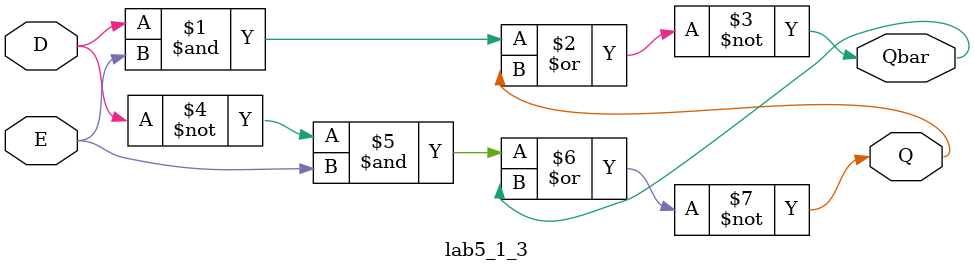
<source format=v>
`timescale 1ns / 1ps

module lab5_1_3 (
    input D,
    input E,
    output Q,
    output Qbar
);
    assign Qbar = ~((D & E) | Q);
    assign Q = ~((~D & E) | Qbar);
endmodule
</source>
